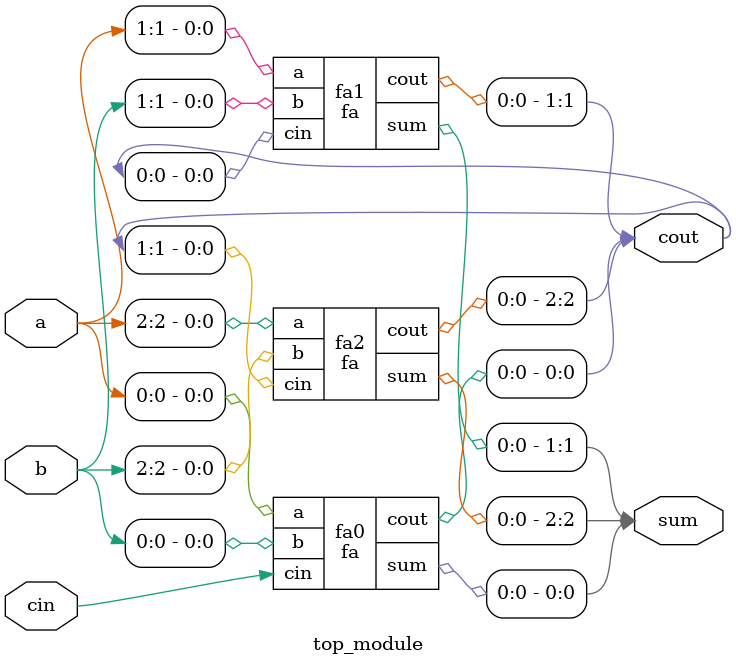
<source format=v>
module fa( 
    input a, b, cin,
    output sum, cout
);  
    assign sum  = a ^ b ^ cin;
    assign cout = (a & b) | (b & cin) | (cin & a);
endmodule


module top_module( 
    input  [2:0] a, b,
    input  cin,
    output [2:0] cout,   
    output [2:0] sum     
);

    fa fa0(.a(a[0]), .b(b[0]), .cin(cin),    .sum(sum[0]), .cout(cout[0]));
    fa fa1(.a(a[1]), .b(b[1]), .cin(cout[0]), .sum(sum[1]), .cout(cout[1]));
    fa fa2(.a(a[2]), .b(b[2]), .cin(cout[1]), .sum(sum[2]), .cout(cout[2]));

endmodule

</source>
